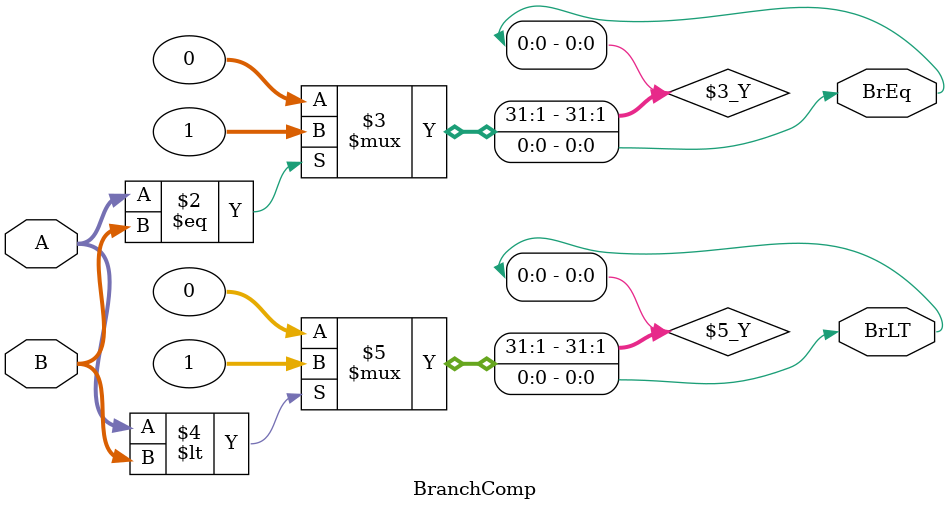
<source format=v>
module BranchComp (
    input signed [31:0] A,B,
    output reg BrEq, BrLT
);
// BranchComp compares two inputs and then outputs BrEq and BrLT based on the result.
// TODO: implement your BranchComp here
// Hint: you can use operator to implement
    always @(*) begin
        BrEq = (A == B) ? 1 : 0;
        BrLT = (A < B) ? 1 : 0;
    end
endmodule

</source>
